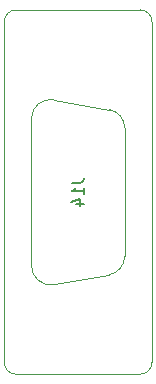
<source format=gbr>
%TF.GenerationSoftware,KiCad,Pcbnew,8.0.1-8.0.1-0~ubuntu20.04.1*%
%TF.CreationDate,2024-06-12T16:02:46+01:00*%
%TF.ProjectId,sensd,73656e73-642e-46b6-9963-61645f706362,rev?*%
%TF.SameCoordinates,Original*%
%TF.FileFunction,AssemblyDrawing,Bot*%
%FSLAX46Y46*%
G04 Gerber Fmt 4.6, Leading zero omitted, Abs format (unit mm)*
G04 Created by KiCad (PCBNEW 8.0.1-8.0.1-0~ubuntu20.04.1) date 2024-06-12 16:02:46*
%MOMM*%
%LPD*%
G01*
G04 APERTURE LIST*
%ADD10C,0.150000*%
%ADD11C,0.100000*%
G04 APERTURE END LIST*
D10*
X147124819Y-143730476D02*
X147839104Y-143730476D01*
X147839104Y-143730476D02*
X147981961Y-143682857D01*
X147981961Y-143682857D02*
X148077200Y-143587619D01*
X148077200Y-143587619D02*
X148124819Y-143444762D01*
X148124819Y-143444762D02*
X148124819Y-143349524D01*
X148124819Y-144730476D02*
X148124819Y-144159048D01*
X148124819Y-144444762D02*
X147124819Y-144444762D01*
X147124819Y-144444762D02*
X147267676Y-144349524D01*
X147267676Y-144349524D02*
X147362914Y-144254286D01*
X147362914Y-144254286D02*
X147410533Y-144159048D01*
X147458152Y-145587619D02*
X148124819Y-145587619D01*
X147077200Y-145349524D02*
X147791485Y-145111429D01*
X147791485Y-145111429D02*
X147791485Y-145730476D01*
D11*
%TO.C,J14*%
X141420000Y-158965000D02*
X141420000Y-130115000D01*
X142420000Y-129115000D02*
X152920000Y-129115000D01*
X143720000Y-150783194D02*
X143720000Y-138296806D01*
X150297837Y-137549850D02*
X145597837Y-136721113D01*
X150297837Y-151530150D02*
X145597837Y-152358887D01*
X151620000Y-149954457D02*
X151620000Y-139125543D01*
X152920000Y-159965000D02*
X142420000Y-159965000D01*
X153920000Y-130115000D02*
X153920000Y-158965000D01*
X141420000Y-130115000D02*
G75*
G02*
X142420000Y-129115000I999999J1D01*
G01*
X142420000Y-159965000D02*
G75*
G02*
X141420000Y-158965000I0J1000000D01*
G01*
X143720000Y-138296806D02*
G75*
G02*
X145597837Y-136721114I1600000J0D01*
G01*
X145597837Y-152358885D02*
G75*
G02*
X143720001Y-150783194I-277837J1575691D01*
G01*
X150297837Y-137549852D02*
G75*
G02*
X151619999Y-139125543I-277837J-1575691D01*
G01*
X151620000Y-149954457D02*
G75*
G02*
X150297837Y-151530149I-1600000J0D01*
G01*
X152920000Y-129115000D02*
G75*
G02*
X153920000Y-130115000I1J-999999D01*
G01*
X153920000Y-158965000D02*
G75*
G02*
X152920000Y-159965000I-1000000J0D01*
G01*
%TD*%
M02*

</source>
